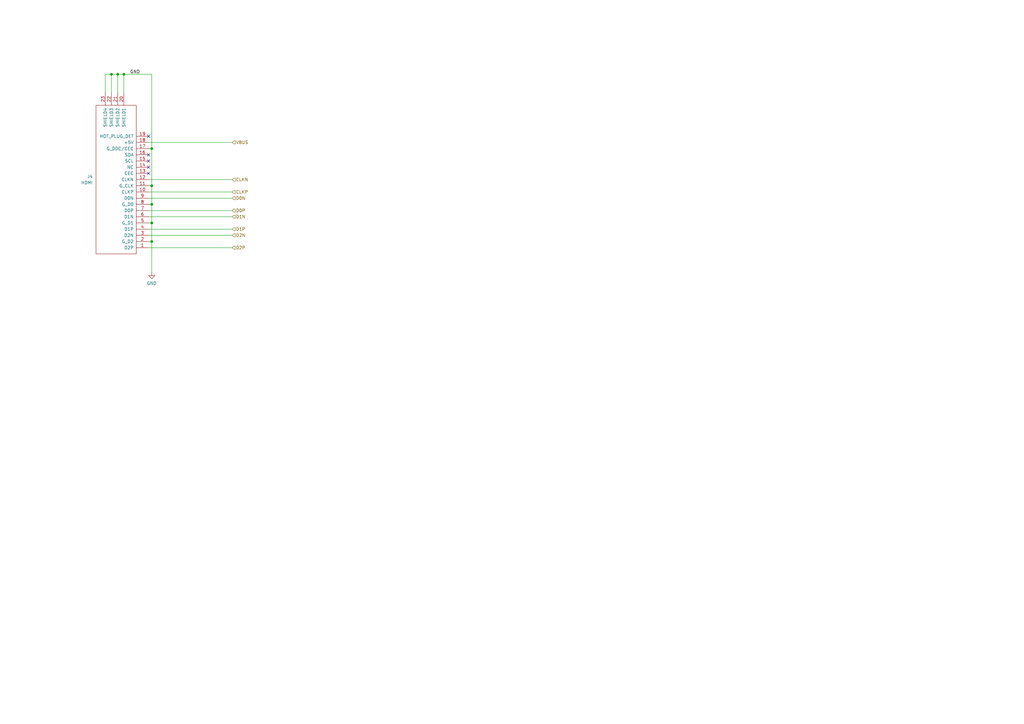
<source format=kicad_sch>
(kicad_sch (version 20250114) (generator "eeschema") (generator_version "9.0")
  (paper "A3")
  (title_block (title "HDMI to VGA Passive Adapter") (date "2025-04-01") (rev "2.02") (company "Mikhail Matveev") (comment 1 "https://github.com/xtremespb/frank"))
  (lib_symbols
    (symbol "R40:HDMI" (pin_names (offset 1.016))
      (property "Reference" "CN" (at -1.27 16.51 0))
      (property "Value" "HDMI" (at 7.62 16.51 0))
      (symbol "HDMI_0_1"
        (rectangle (start -5.08 15.24) (end 11.43 -45.72))
      )
      (symbol "HDMI_1_1"
        (pin input line (at -10.16 12.7 0) (length 5.08) (name "D2P") (number "1"))
        (pin input line (at -10.16 10.16 0) (length 5.08) (name "G_D2") (number "2"))
        (pin input line (at -10.16 7.62 0) (length 5.08) (name "D2N") (number "3"))
        (pin input line (at -10.16 5.08 0) (length 5.08) (name "D1P") (number "4"))
        (pin input line (at -10.16 2.54 0) (length 5.08) (name "G_D1") (number "5"))
        (pin input line (at -10.16 0 0) (length 5.08) (name "D1N") (number "6"))
        (pin input line (at -10.16 -2.54 0) (length 5.08) (name "D0P") (number "7"))
        (pin input line (at -10.16 -5.08 0) (length 5.08) (name "G_D0") (number "8"))
        (pin input line (at -10.16 -7.62 0) (length 5.08) (name "D0N") (number "9"))
        (pin input line (at -10.16 -10.16 0) (length 5.08) (name "CLKP") (number "10"))
        (pin input line (at -10.16 -12.7 0) (length 5.08) (name "G_CLK") (number "11"))
        (pin input line (at -10.16 -15.24 0) (length 5.08) (name "CLKN") (number "12"))
        (pin input line (at -10.16 -17.78 0) (length 5.08) (name "CEC") (number "13"))
        (pin input line (at -10.16 -20.32 0) (length 5.08) (name "NC") (number "14"))
        (pin input line (at -10.16 -22.86 0) (length 5.08) (name "SCL") (number "15"))
        (pin input line (at -10.16 -25.4 0) (length 5.08) (name "SDA") (number "16"))
        (pin input line (at -10.16 -27.94 0) (length 5.08) (name "G_DDC/CEC") (number "17"))
        (pin input line (at -10.16 -30.48 0) (length 5.08) (name "+5V") (number "18"))
        (pin input line (at -10.16 -33.02 0) (length 5.08) (name "HOT_PLUG_DET") (number "19"))
        (pin input line (at 0 -50.8 90) (length 5.08) (name "SHIELD1") (number "20"))
        (pin input line (at 2.54 -50.8 90) (length 5.08) (name "SHIELD2") (number "21"))
        (pin input line (at 5.08 -50.8 90) (length 5.08) (name "SHIELD3") (number "22"))
        (pin input line (at 7.62 -50.8 90) (length 5.08) (name "SHIELD4") (number "23"))
      )
    )
    (symbol "power:GND" (power) (pin_numbers (hide yes)) (pin_names (offset 0) (hide yes))
      (property "Value" "GND" (at 0 -3.81 0))
      (symbol "GND_0_1"
        (polyline (pts (xy 0 0) (xy 0 -1.27) (xy 1.27 -1.27) (xy 0 -2.54) (xy -1.27 -1.27) (xy 0 -1.27)))
      )
      (symbol "GND_1_1"
        (pin power_in line (at 0 0 270) (length 0) (name "~") (number "1"))
      )
    )
  )
  (junction (at 62.23 60.96))
  (junction (at 62.23 91.44))
  (junction (at 50.8 30.48))
  (junction (at 48.26 30.48))
  (junction (at 45.72 30.48))
  (junction (at 62.23 83.82))
  (junction (at 62.23 76.2))
  (junction (at 62.23 99.06))
  (no_connect (at 60.96 55.88))
  (no_connect (at 60.96 63.5))
  (no_connect (at 60.96 66.04))
  (no_connect (at 60.96 68.58))
  (no_connect (at 60.96 71.12))
  (wire (pts (xy 50.8 30.48) (xy 50.8 38.1)))
  (wire (pts (xy 60.96 91.44) (xy 62.23 91.44)))
  (wire (pts (xy 60.96 86.36) (xy 95.25 86.36)))
  (wire (pts (xy 60.96 99.06) (xy 62.23 99.06)))
  (wire (pts (xy 48.26 30.48) (xy 48.26 38.1)))
  (wire (pts (xy 60.96 78.74) (xy 95.25 78.74)))
  (wire (pts (xy 62.23 99.06) (xy 62.23 111.76)))
  (wire (pts (xy 60.96 93.98) (xy 95.25 93.98)))
  (wire (pts (xy 62.23 76.2) (xy 62.23 83.82)))
  (wire (pts (xy 45.72 30.48) (xy 43.18 30.48)))
  (wire (pts (xy 60.96 83.82) (xy 62.23 83.82)))
  (wire (pts (xy 62.23 83.82) (xy 62.23 91.44)))
  (wire (pts (xy 60.96 81.28) (xy 95.25 81.28)))
  (wire (pts (xy 62.23 91.44) (xy 62.23 99.06)))
  (wire (pts (xy 60.96 88.9) (xy 95.25 88.9)))
  (wire (pts (xy 45.72 30.48) (xy 45.72 38.1)))
  (wire (pts (xy 60.96 76.2) (xy 62.23 76.2)))
  (wire (pts (xy 43.18 30.48) (xy 43.18 38.1)))
  (wire (pts (xy 60.96 73.66) (xy 95.25 73.66)))
  (wire (pts (xy 62.23 30.48) (xy 50.8 30.48)))
  (wire (pts (xy 60.96 60.96) (xy 62.23 60.96)))
  (wire (pts (xy 62.23 76.2) (xy 62.23 60.96)))
  (wire (pts (xy 50.8 30.48) (xy 48.26 30.48)))
  (wire (pts (xy 60.96 101.6) (xy 95.25 101.6)))
  (wire (pts (xy 62.23 60.96) (xy 62.23 30.48)))
  (wire (pts (xy 48.26 30.48) (xy 45.72 30.48)))
  (wire (pts (xy 60.96 58.42) (xy 95.25 58.42)))
  (wire (pts (xy 60.96 96.52) (xy 95.25 96.52)))
  (label "GND" (at 53.34 30.48 0))
  (hierarchical_label "D2N" (shape input) (at 95.25 96.52 0))
  (hierarchical_label "D0P" (shape input) (at 95.25 86.36 0))
  (hierarchical_label "D1N" (shape input) (at 95.25 88.9 0))
  (hierarchical_label "CLKP" (shape input) (at 95.25 78.74 0))
  (hierarchical_label "D2P" (shape input) (at 95.25 101.6 0))
  (hierarchical_label "VBUS" (shape input) (at 95.25 58.42 0))
  (hierarchical_label "D0N" (shape input) (at 95.25 81.28 0))
  (hierarchical_label "CLKN" (shape input) (at 95.25 73.66 0))
  (hierarchical_label "D1P" (shape input) (at 95.25 93.98 0))
  (symbol (lib_id "power:GND") (at 62.23 111.76 0) (unit 1)
    (property "Reference" "#PWR02" (effects (hide yes)))
    (property "Value" "GND" (at 62.23 116.2034 0))
    (property "Description" "Power symbol creates a global label with name \"GND\" , ground" (effects (hide yes)))
  )
  (symbol (lib_id "R40:HDMI") (at 50.8 88.9 180) (unit 1)
    (property "Reference" "J4" (at 38.1 72.3899 0) (effects (justify left)))
    (property "Value" "HDMI" (at 38.1 74.9299 0) (effects (justify left)))
    (property "Footprint" "FRANK:HDMI (male)" (effects (hide yes)))
  )
)
</source>
